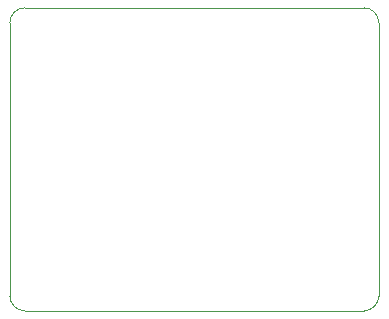
<source format=gbr>
G04 #@! TF.FileFunction,Profile,NP*
%FSLAX46Y46*%
G04 Gerber Fmt 4.6, Leading zero omitted, Abs format (unit mm)*
G04 Created by KiCad (PCBNEW 4.0.6) date 06/15/17 23:10:10*
%MOMM*%
%LPD*%
G01*
G04 APERTURE LIST*
%ADD10C,0.100000*%
G04 APERTURE END LIST*
D10*
X165608000Y-108712000D02*
X194310000Y-108712000D01*
X164338000Y-84328000D02*
X164338000Y-107442000D01*
X194310000Y-83058000D02*
X165608000Y-83058000D01*
X195580000Y-107442000D02*
X195580000Y-84328000D01*
X194310000Y-108712000D02*
G75*
G03X195580000Y-107442000I0J1270000D01*
G01*
X164338000Y-107442000D02*
G75*
G03X165608000Y-108712000I1270000J0D01*
G01*
X165608000Y-83058000D02*
G75*
G03X164338000Y-84328000I0J-1270000D01*
G01*
X195580000Y-84328000D02*
G75*
G03X194310000Y-83058000I-1270000J0D01*
G01*
M02*

</source>
